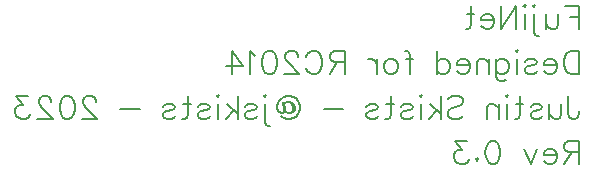
<source format=gbo>
G04 Layer: BottomSilkscreenLayer*
G04 EasyEDA v6.5.42, 2024-04-02 15:41:54*
G04 2b23fd05ff384805b3ab63b0522f50a2,2162b387b2864a4d85882ef8f1f27c6b,10*
G04 Gerber Generator version 0.2*
G04 Scale: 100 percent, Rotated: No, Reflected: No *
G04 Dimensions in millimeters *
G04 leading zeros omitted , absolute positions ,4 integer and 5 decimal *
%FSLAX45Y45*%
%MOMM*%

%ADD10C,0.2032*%

%LPD*%
D10*
X7238984Y-7037166D02*
G01*
X7238984Y-7228075D01*
X7238984Y-7037166D02*
G01*
X7120803Y-7037166D01*
X7238984Y-7128075D02*
G01*
X7166256Y-7128075D01*
X7060803Y-7100803D02*
G01*
X7060803Y-7191712D01*
X7051713Y-7218984D01*
X7033531Y-7228075D01*
X7006257Y-7228075D01*
X6988075Y-7218984D01*
X6960803Y-7191712D01*
X6960803Y-7100803D02*
G01*
X6960803Y-7228075D01*
X6864438Y-7037166D02*
G01*
X6855348Y-7046257D01*
X6846257Y-7037166D01*
X6855348Y-7028075D01*
X6864438Y-7037166D01*
X6855348Y-7100803D02*
G01*
X6855348Y-7255347D01*
X6864438Y-7282621D01*
X6882622Y-7291712D01*
X6900804Y-7291712D01*
X6786257Y-7037166D02*
G01*
X6777167Y-7046257D01*
X6768076Y-7037166D01*
X6777167Y-7028075D01*
X6786257Y-7037166D01*
X6777167Y-7100803D02*
G01*
X6777167Y-7228075D01*
X6708076Y-7037166D02*
G01*
X6708076Y-7228075D01*
X6708076Y-7037166D02*
G01*
X6580804Y-7228075D01*
X6580804Y-7037166D02*
G01*
X6580804Y-7228075D01*
X6520804Y-7155347D02*
G01*
X6411714Y-7155347D01*
X6411714Y-7137166D01*
X6420805Y-7118985D01*
X6429895Y-7109894D01*
X6448077Y-7100803D01*
X6475349Y-7100803D01*
X6493532Y-7109894D01*
X6511714Y-7128075D01*
X6520804Y-7155347D01*
X6520804Y-7173531D01*
X6511714Y-7200803D01*
X6493532Y-7218984D01*
X6475349Y-7228075D01*
X6448077Y-7228075D01*
X6429895Y-7218984D01*
X6411714Y-7200803D01*
X6324439Y-7037166D02*
G01*
X6324439Y-7191712D01*
X6315349Y-7218984D01*
X6297168Y-7228075D01*
X6278986Y-7228075D01*
X6351714Y-7100803D02*
G01*
X6288077Y-7100803D01*
X7238984Y-7418166D02*
G01*
X7238984Y-7609075D01*
X7238984Y-7418166D02*
G01*
X7175347Y-7418166D01*
X7148075Y-7427257D01*
X7129894Y-7445438D01*
X7120803Y-7463622D01*
X7111712Y-7490894D01*
X7111712Y-7536347D01*
X7120803Y-7563622D01*
X7129894Y-7581803D01*
X7148075Y-7599984D01*
X7175347Y-7609075D01*
X7238984Y-7609075D01*
X7051713Y-7536347D02*
G01*
X6942622Y-7536347D01*
X6942622Y-7518166D01*
X6951713Y-7499985D01*
X6960803Y-7490894D01*
X6978985Y-7481803D01*
X7006257Y-7481803D01*
X7024438Y-7490894D01*
X7042622Y-7509075D01*
X7051713Y-7536347D01*
X7051713Y-7554531D01*
X7042622Y-7581803D01*
X7024438Y-7599984D01*
X7006257Y-7609075D01*
X6978985Y-7609075D01*
X6960803Y-7599984D01*
X6942622Y-7581803D01*
X6782622Y-7509075D02*
G01*
X6791713Y-7490894D01*
X6818985Y-7481803D01*
X6846257Y-7481803D01*
X6873532Y-7490894D01*
X6882622Y-7509075D01*
X6873532Y-7527256D01*
X6855348Y-7536347D01*
X6809894Y-7545438D01*
X6791713Y-7554531D01*
X6782622Y-7572712D01*
X6782622Y-7581803D01*
X6791713Y-7599984D01*
X6818985Y-7609075D01*
X6846257Y-7609075D01*
X6873532Y-7599984D01*
X6882622Y-7581803D01*
X6722623Y-7418166D02*
G01*
X6713532Y-7427257D01*
X6704439Y-7418166D01*
X6713532Y-7409075D01*
X6722623Y-7418166D01*
X6713532Y-7481803D02*
G01*
X6713532Y-7609075D01*
X6535348Y-7481803D02*
G01*
X6535348Y-7627256D01*
X6544439Y-7654531D01*
X6553532Y-7663621D01*
X6571714Y-7672712D01*
X6598986Y-7672712D01*
X6617167Y-7663621D01*
X6535348Y-7509075D02*
G01*
X6553532Y-7490894D01*
X6571714Y-7481803D01*
X6598986Y-7481803D01*
X6617167Y-7490894D01*
X6635348Y-7509075D01*
X6644439Y-7536347D01*
X6644439Y-7554531D01*
X6635348Y-7581803D01*
X6617167Y-7599984D01*
X6598986Y-7609075D01*
X6571714Y-7609075D01*
X6553532Y-7599984D01*
X6535348Y-7581803D01*
X6475349Y-7481803D02*
G01*
X6475349Y-7609075D01*
X6475349Y-7518166D02*
G01*
X6448077Y-7490894D01*
X6429895Y-7481803D01*
X6402623Y-7481803D01*
X6384439Y-7490894D01*
X6375349Y-7518166D01*
X6375349Y-7609075D01*
X6315349Y-7536347D02*
G01*
X6206258Y-7536347D01*
X6206258Y-7518166D01*
X6215349Y-7499985D01*
X6224440Y-7490894D01*
X6242624Y-7481803D01*
X6269896Y-7481803D01*
X6288077Y-7490894D01*
X6306258Y-7509075D01*
X6315349Y-7536347D01*
X6315349Y-7554531D01*
X6306258Y-7581803D01*
X6288077Y-7599984D01*
X6269896Y-7609075D01*
X6242624Y-7609075D01*
X6224440Y-7599984D01*
X6206258Y-7581803D01*
X6037168Y-7418166D02*
G01*
X6037168Y-7609075D01*
X6037168Y-7509075D02*
G01*
X6055349Y-7490894D01*
X6073533Y-7481803D01*
X6100805Y-7481803D01*
X6118986Y-7490894D01*
X6137168Y-7509075D01*
X6146258Y-7536347D01*
X6146258Y-7554531D01*
X6137168Y-7581803D01*
X6118986Y-7599984D01*
X6100805Y-7609075D01*
X6073533Y-7609075D01*
X6055349Y-7599984D01*
X6037168Y-7581803D01*
X5764441Y-7418166D02*
G01*
X5782624Y-7418166D01*
X5800806Y-7427257D01*
X5809896Y-7454531D01*
X5809896Y-7609075D01*
X5837168Y-7481803D02*
G01*
X5773534Y-7481803D01*
X5658987Y-7481803D02*
G01*
X5677169Y-7490894D01*
X5695350Y-7509075D01*
X5704441Y-7536347D01*
X5704441Y-7554531D01*
X5695350Y-7581803D01*
X5677169Y-7599984D01*
X5658987Y-7609075D01*
X5631715Y-7609075D01*
X5613534Y-7599984D01*
X5595350Y-7581803D01*
X5586260Y-7554531D01*
X5586260Y-7536347D01*
X5595350Y-7509075D01*
X5613534Y-7490894D01*
X5631715Y-7481803D01*
X5658987Y-7481803D01*
X5526260Y-7481803D02*
G01*
X5526260Y-7609075D01*
X5526260Y-7536347D02*
G01*
X5517169Y-7509075D01*
X5498988Y-7490894D01*
X5480806Y-7481803D01*
X5453534Y-7481803D01*
X5253535Y-7418166D02*
G01*
X5253535Y-7609075D01*
X5253535Y-7418166D02*
G01*
X5171716Y-7418166D01*
X5144442Y-7427257D01*
X5135351Y-7436347D01*
X5126261Y-7454531D01*
X5126261Y-7472713D01*
X5135351Y-7490894D01*
X5144442Y-7499985D01*
X5171716Y-7509075D01*
X5253535Y-7509075D01*
X5189898Y-7509075D02*
G01*
X5126261Y-7609075D01*
X4929898Y-7463622D02*
G01*
X4938989Y-7445438D01*
X4957170Y-7427257D01*
X4975352Y-7418166D01*
X5011717Y-7418166D01*
X5029898Y-7427257D01*
X5048079Y-7445438D01*
X5057170Y-7463622D01*
X5066261Y-7490894D01*
X5066261Y-7536347D01*
X5057170Y-7563622D01*
X5048079Y-7581803D01*
X5029898Y-7599984D01*
X5011717Y-7609075D01*
X4975352Y-7609075D01*
X4957170Y-7599984D01*
X4938989Y-7581803D01*
X4929898Y-7563622D01*
X4860808Y-7463622D02*
G01*
X4860808Y-7454531D01*
X4851717Y-7436347D01*
X4842626Y-7427257D01*
X4824442Y-7418166D01*
X4788080Y-7418166D01*
X4769899Y-7427257D01*
X4760808Y-7436347D01*
X4751717Y-7454531D01*
X4751717Y-7472713D01*
X4760808Y-7490894D01*
X4778989Y-7518166D01*
X4869898Y-7609075D01*
X4742627Y-7609075D01*
X4628080Y-7418166D02*
G01*
X4655352Y-7427257D01*
X4673536Y-7454531D01*
X4682627Y-7499985D01*
X4682627Y-7527256D01*
X4673536Y-7572712D01*
X4655352Y-7599984D01*
X4628080Y-7609075D01*
X4609899Y-7609075D01*
X4582627Y-7599984D01*
X4564443Y-7572712D01*
X4555352Y-7527256D01*
X4555352Y-7499985D01*
X4564443Y-7454531D01*
X4582627Y-7427257D01*
X4609899Y-7418166D01*
X4628080Y-7418166D01*
X4495352Y-7454531D02*
G01*
X4477171Y-7445438D01*
X4449899Y-7418166D01*
X4449899Y-7609075D01*
X4298990Y-7418166D02*
G01*
X4389899Y-7545438D01*
X4253537Y-7545438D01*
X4298990Y-7418166D02*
G01*
X4298990Y-7609075D01*
X7148075Y-7799163D02*
G01*
X7148075Y-7944619D01*
X7157166Y-7971891D01*
X7166256Y-7980982D01*
X7184438Y-7990072D01*
X7202622Y-7990072D01*
X7220803Y-7980982D01*
X7229894Y-7971891D01*
X7238984Y-7944619D01*
X7238984Y-7926435D01*
X7088075Y-7862801D02*
G01*
X7088075Y-7953710D01*
X7078985Y-7980982D01*
X7060803Y-7990072D01*
X7033531Y-7990072D01*
X7015347Y-7980982D01*
X6988075Y-7953710D01*
X6988075Y-7862801D02*
G01*
X6988075Y-7990072D01*
X6828076Y-7890073D02*
G01*
X6837166Y-7871891D01*
X6864438Y-7862801D01*
X6891713Y-7862801D01*
X6918985Y-7871891D01*
X6928076Y-7890073D01*
X6918985Y-7908254D01*
X6900804Y-7917345D01*
X6855348Y-7926435D01*
X6837166Y-7935528D01*
X6828076Y-7953710D01*
X6828076Y-7962800D01*
X6837166Y-7980982D01*
X6864438Y-7990072D01*
X6891713Y-7990072D01*
X6918985Y-7980982D01*
X6928076Y-7962800D01*
X6740804Y-7799163D02*
G01*
X6740804Y-7953710D01*
X6731713Y-7980982D01*
X6713532Y-7990072D01*
X6695348Y-7990072D01*
X6768076Y-7862801D02*
G01*
X6704439Y-7862801D01*
X6635348Y-7799163D02*
G01*
X6626258Y-7808254D01*
X6617167Y-7799163D01*
X6626258Y-7790073D01*
X6635348Y-7799163D01*
X6626258Y-7862801D02*
G01*
X6626258Y-7990072D01*
X6557167Y-7862801D02*
G01*
X6557167Y-7990072D01*
X6557167Y-7899163D02*
G01*
X6529895Y-7871891D01*
X6511714Y-7862801D01*
X6484439Y-7862801D01*
X6466258Y-7871891D01*
X6457167Y-7899163D01*
X6457167Y-7990072D01*
X6129896Y-7826435D02*
G01*
X6148077Y-7808254D01*
X6175349Y-7799163D01*
X6211714Y-7799163D01*
X6238986Y-7808254D01*
X6257168Y-7826435D01*
X6257168Y-7844619D01*
X6248077Y-7862801D01*
X6238986Y-7871891D01*
X6220805Y-7880982D01*
X6166258Y-7899163D01*
X6148077Y-7908254D01*
X6138986Y-7917345D01*
X6129896Y-7935528D01*
X6129896Y-7962800D01*
X6148077Y-7980982D01*
X6175349Y-7990072D01*
X6211714Y-7990072D01*
X6238986Y-7980982D01*
X6257168Y-7962800D01*
X6069896Y-7799163D02*
G01*
X6069896Y-7990072D01*
X5978987Y-7862801D02*
G01*
X6069896Y-7953710D01*
X6033533Y-7917345D02*
G01*
X5969896Y-7990072D01*
X5909896Y-7799163D02*
G01*
X5900806Y-7808254D01*
X5891715Y-7799163D01*
X5900806Y-7790073D01*
X5909896Y-7799163D01*
X5900806Y-7862801D02*
G01*
X5900806Y-7990072D01*
X5731715Y-7890073D02*
G01*
X5740806Y-7871891D01*
X5768078Y-7862801D01*
X5795350Y-7862801D01*
X5822624Y-7871891D01*
X5831715Y-7890073D01*
X5822624Y-7908254D01*
X5804441Y-7917345D01*
X5758987Y-7926435D01*
X5740806Y-7935528D01*
X5731715Y-7953710D01*
X5731715Y-7962800D01*
X5740806Y-7980982D01*
X5768078Y-7990072D01*
X5795350Y-7990072D01*
X5822624Y-7980982D01*
X5831715Y-7962800D01*
X5644441Y-7799163D02*
G01*
X5644441Y-7953710D01*
X5635350Y-7980982D01*
X5617169Y-7990072D01*
X5598988Y-7990072D01*
X5671715Y-7862801D02*
G01*
X5608078Y-7862801D01*
X5438988Y-7890073D02*
G01*
X5448079Y-7871891D01*
X5475350Y-7862801D01*
X5502625Y-7862801D01*
X5529897Y-7871891D01*
X5538988Y-7890073D01*
X5529897Y-7908254D01*
X5511716Y-7917345D01*
X5466260Y-7926435D01*
X5448079Y-7935528D01*
X5438988Y-7953710D01*
X5438988Y-7962800D01*
X5448079Y-7980982D01*
X5475350Y-7990072D01*
X5502625Y-7990072D01*
X5529897Y-7980982D01*
X5538988Y-7962800D01*
X5238988Y-7908254D02*
G01*
X5075351Y-7908254D01*
X4738989Y-7871891D02*
G01*
X4748080Y-7853710D01*
X4766261Y-7844619D01*
X4793536Y-7844619D01*
X4811717Y-7853710D01*
X4820808Y-7862801D01*
X4829898Y-7890073D01*
X4829898Y-7917345D01*
X4820808Y-7935528D01*
X4802626Y-7944619D01*
X4775352Y-7944619D01*
X4757171Y-7935528D01*
X4748080Y-7917345D01*
X4793536Y-7844619D02*
G01*
X4811717Y-7862801D01*
X4820808Y-7890073D01*
X4820808Y-7917345D01*
X4811717Y-7935528D01*
X4802626Y-7944619D01*
X4738989Y-7844619D02*
G01*
X4748080Y-7917345D01*
X4748080Y-7935528D01*
X4729899Y-7944619D01*
X4711717Y-7944619D01*
X4693536Y-7926435D01*
X4684443Y-7899163D01*
X4684443Y-7880982D01*
X4693536Y-7853710D01*
X4702627Y-7835529D01*
X4720808Y-7817345D01*
X4738989Y-7808254D01*
X4766261Y-7799163D01*
X4793536Y-7799163D01*
X4820808Y-7808254D01*
X4838989Y-7817345D01*
X4857170Y-7835529D01*
X4866261Y-7853710D01*
X4875352Y-7880982D01*
X4875352Y-7908254D01*
X4866261Y-7935528D01*
X4857170Y-7953710D01*
X4838989Y-7971891D01*
X4820808Y-7980982D01*
X4793536Y-7990072D01*
X4766261Y-7990072D01*
X4738989Y-7980982D01*
X4720808Y-7971891D01*
X4711717Y-7962800D01*
X4729899Y-7844619D02*
G01*
X4738989Y-7917345D01*
X4738989Y-7935528D01*
X4729899Y-7944619D01*
X4588080Y-7799163D02*
G01*
X4578990Y-7808254D01*
X4569899Y-7799163D01*
X4578990Y-7790073D01*
X4588080Y-7799163D01*
X4578990Y-7862801D02*
G01*
X4578990Y-8017344D01*
X4588080Y-8044619D01*
X4606262Y-8053710D01*
X4624443Y-8053710D01*
X4409899Y-7890073D02*
G01*
X4418990Y-7871891D01*
X4446262Y-7862801D01*
X4473536Y-7862801D01*
X4500808Y-7871891D01*
X4509899Y-7890073D01*
X4500808Y-7908254D01*
X4482627Y-7917345D01*
X4437171Y-7926435D01*
X4418990Y-7935528D01*
X4409899Y-7953710D01*
X4409899Y-7962800D01*
X4418990Y-7980982D01*
X4446262Y-7990072D01*
X4473536Y-7990072D01*
X4500808Y-7980982D01*
X4509899Y-7962800D01*
X4349899Y-7799163D02*
G01*
X4349899Y-7990072D01*
X4258990Y-7862801D02*
G01*
X4349899Y-7953710D01*
X4313537Y-7917345D02*
G01*
X4249900Y-7990072D01*
X4189900Y-7799163D02*
G01*
X4180809Y-7808254D01*
X4171718Y-7799163D01*
X4180809Y-7790073D01*
X4189900Y-7799163D01*
X4180809Y-7862801D02*
G01*
X4180809Y-7990072D01*
X4011719Y-7890073D02*
G01*
X4020809Y-7871891D01*
X4048081Y-7862801D01*
X4075353Y-7862801D01*
X4102628Y-7871891D01*
X4111718Y-7890073D01*
X4102628Y-7908254D01*
X4084444Y-7917345D01*
X4038991Y-7926435D01*
X4020809Y-7935528D01*
X4011719Y-7953710D01*
X4011719Y-7962800D01*
X4020809Y-7980982D01*
X4048081Y-7990072D01*
X4075353Y-7990072D01*
X4102628Y-7980982D01*
X4111718Y-7962800D01*
X3924444Y-7799163D02*
G01*
X3924444Y-7953710D01*
X3915354Y-7980982D01*
X3897172Y-7990072D01*
X3878991Y-7990072D01*
X3951719Y-7862801D02*
G01*
X3888082Y-7862801D01*
X3718991Y-7890073D02*
G01*
X3728082Y-7871891D01*
X3755354Y-7862801D01*
X3782628Y-7862801D01*
X3809900Y-7871891D01*
X3818991Y-7890073D01*
X3809900Y-7908254D01*
X3791719Y-7917345D01*
X3746263Y-7926435D01*
X3728082Y-7935528D01*
X3718991Y-7953710D01*
X3718991Y-7962800D01*
X3728082Y-7980982D01*
X3755354Y-7990072D01*
X3782628Y-7990072D01*
X3809900Y-7980982D01*
X3818991Y-7962800D01*
X3518992Y-7908254D02*
G01*
X3355355Y-7908254D01*
X3146264Y-7844619D02*
G01*
X3146264Y-7835529D01*
X3137174Y-7817345D01*
X3128083Y-7808254D01*
X3109902Y-7799163D01*
X3073539Y-7799163D01*
X3055355Y-7808254D01*
X3046265Y-7817345D01*
X3037174Y-7835529D01*
X3037174Y-7853710D01*
X3046265Y-7871891D01*
X3064446Y-7899163D01*
X3155355Y-7990072D01*
X3028083Y-7990072D01*
X2913540Y-7799163D02*
G01*
X2940811Y-7808254D01*
X2958993Y-7835529D01*
X2968083Y-7880982D01*
X2968083Y-7908254D01*
X2958993Y-7953710D01*
X2940811Y-7980982D01*
X2913540Y-7990072D01*
X2895356Y-7990072D01*
X2868084Y-7980982D01*
X2849902Y-7953710D01*
X2840812Y-7908254D01*
X2840812Y-7880982D01*
X2849902Y-7835529D01*
X2868084Y-7808254D01*
X2895356Y-7799163D01*
X2913540Y-7799163D01*
X2771721Y-7844619D02*
G01*
X2771721Y-7835529D01*
X2762631Y-7817345D01*
X2753540Y-7808254D01*
X2735356Y-7799163D01*
X2698993Y-7799163D01*
X2680812Y-7808254D01*
X2671721Y-7817345D01*
X2662631Y-7835529D01*
X2662631Y-7853710D01*
X2671721Y-7871891D01*
X2689903Y-7899163D01*
X2780812Y-7990072D01*
X2653540Y-7990072D01*
X2575356Y-7799163D02*
G01*
X2475356Y-7799163D01*
X2529903Y-7871891D01*
X2502631Y-7871891D01*
X2484447Y-7880982D01*
X2475356Y-7890073D01*
X2466266Y-7917345D01*
X2466266Y-7935528D01*
X2475356Y-7962800D01*
X2493540Y-7980982D01*
X2520812Y-7990072D01*
X2548084Y-7990072D01*
X2575356Y-7980982D01*
X2584447Y-7971891D01*
X2593540Y-7953710D01*
X7238984Y-8180163D02*
G01*
X7238984Y-8371072D01*
X7238984Y-8180163D02*
G01*
X7157166Y-8180163D01*
X7129894Y-8189254D01*
X7120803Y-8198345D01*
X7111712Y-8216529D01*
X7111712Y-8234710D01*
X7120803Y-8252891D01*
X7129894Y-8261982D01*
X7157166Y-8271073D01*
X7238984Y-8271073D01*
X7175347Y-8271073D02*
G01*
X7111712Y-8371072D01*
X7051713Y-8298345D02*
G01*
X6942622Y-8298345D01*
X6942622Y-8280163D01*
X6951713Y-8261982D01*
X6960803Y-8252891D01*
X6978985Y-8243801D01*
X7006257Y-8243801D01*
X7024438Y-8252891D01*
X7042622Y-8271073D01*
X7051713Y-8298345D01*
X7051713Y-8316528D01*
X7042622Y-8343800D01*
X7024438Y-8361982D01*
X7006257Y-8371072D01*
X6978985Y-8371072D01*
X6960803Y-8361982D01*
X6942622Y-8343800D01*
X6882622Y-8243801D02*
G01*
X6828076Y-8371072D01*
X6773532Y-8243801D02*
G01*
X6828076Y-8371072D01*
X6518986Y-8180163D02*
G01*
X6546258Y-8189254D01*
X6564439Y-8216529D01*
X6573532Y-8261982D01*
X6573532Y-8289254D01*
X6564439Y-8334710D01*
X6546258Y-8361982D01*
X6518986Y-8371072D01*
X6500804Y-8371072D01*
X6473532Y-8361982D01*
X6455349Y-8334710D01*
X6446258Y-8289254D01*
X6446258Y-8261982D01*
X6455349Y-8216529D01*
X6473532Y-8189254D01*
X6500804Y-8180163D01*
X6518986Y-8180163D01*
X6377167Y-8325619D02*
G01*
X6386258Y-8334710D01*
X6377167Y-8343800D01*
X6368077Y-8334710D01*
X6377167Y-8325619D01*
X6289895Y-8180163D02*
G01*
X6189896Y-8180163D01*
X6244440Y-8252891D01*
X6217168Y-8252891D01*
X6198986Y-8261982D01*
X6189896Y-8271073D01*
X6180805Y-8298345D01*
X6180805Y-8316528D01*
X6189896Y-8343800D01*
X6208077Y-8361982D01*
X6235349Y-8371072D01*
X6262624Y-8371072D01*
X6289895Y-8361982D01*
X6298986Y-8352891D01*
X6308077Y-8334710D01*
M02*

</source>
